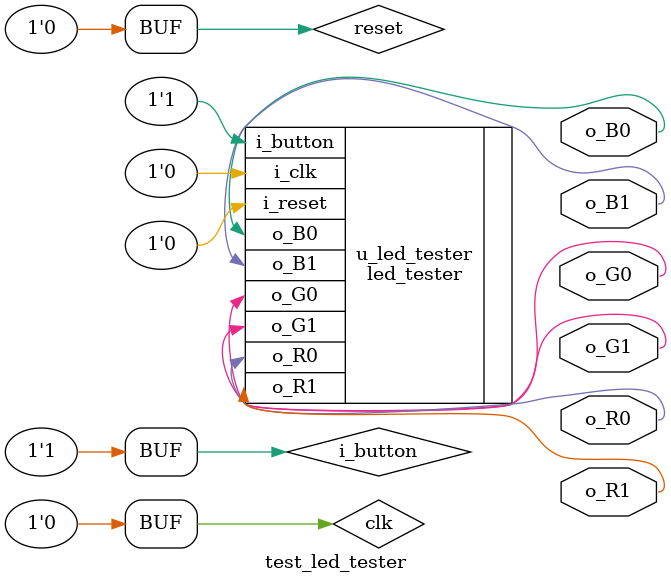
<source format=sv>
`default_nettype none
`timescale 1ns / 1ps


module test_led_tester(

    output var o_R0,
    output var o_R1,
    output var o_G0,
    output var o_G1,
    output var o_B0,
    output var o_B1
);

localparam period = 8.0; //125 Mhz
logic clk;
logic reset;
logic i_button;

always 
begin
    clk = 1'b1;
    #(period / 2);
    
    clk = 1'b0;
    #(period / 2);
end

led_tester u_led_tester(
    .i_button (i_button ),
    .i_clk    (clk    ),
    .i_reset  (reset  ),
    .o_R0     (o_R0     ),
    .o_R1     (o_R1     ),
    .o_G0     (o_G0     ),
    .o_G1     (o_G1     ),
    .o_B0     (o_B0     ),
    .o_B1     (o_B1     )
);


initial begin
    reset = 1'b1;
    i_button = 0;
    #period
    reset = 1'b0;
    #period
    #period
    #period
    i_button = 1;
    #period
    #period
    #period
    i_button = 0;
    #period
    i_button = 1;
    #period
    #period
    i_button = 0;
    #period
    #period
    #period
    #period
    #period
    #period
    #period
    i_button = 1;

end



endmodule

</source>
